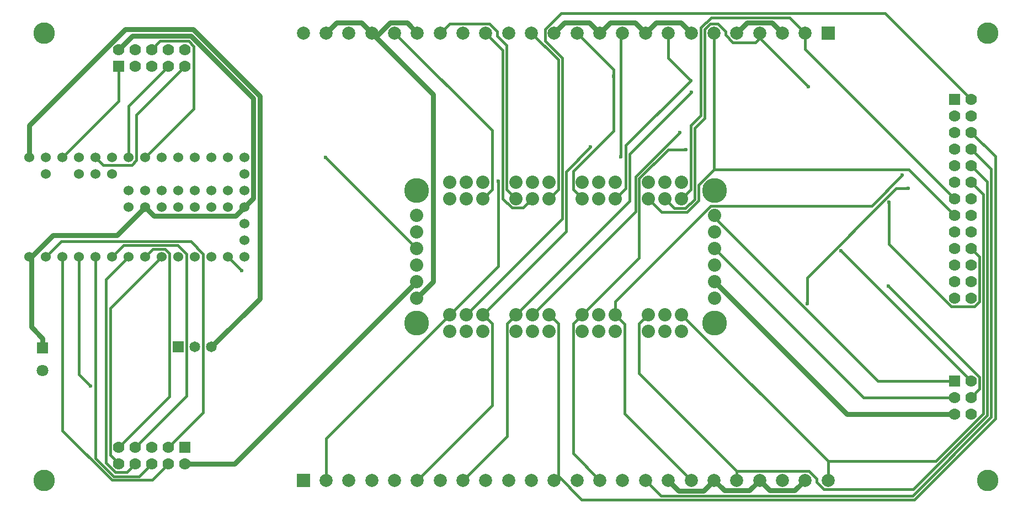
<source format=gbr>
G04 #@! TF.FileFunction,Copper,L2,Bot,Signal*
%FSLAX46Y46*%
G04 Gerber Fmt 4.6, Leading zero omitted, Abs format (unit mm)*
G04 Created by KiCad (PCBNEW 4.0.7-e2-6376~58~ubuntu16.04.1) date Fri Dec  7 15:30:49 2018*
%MOMM*%
%LPD*%
G01*
G04 APERTURE LIST*
%ADD10C,0.100000*%
%ADD11R,1.800000X1.800000*%
%ADD12C,1.800000*%
%ADD13R,1.651000X1.651000*%
%ADD14C,1.651000*%
%ADD15R,1.778000X1.778000*%
%ADD16C,1.778000*%
%ADD17R,2.000000X2.000000*%
%ADD18C,2.000000*%
%ADD19C,1.524000*%
%ADD20C,3.302000*%
%ADD21C,2.032000*%
%ADD22C,3.810000*%
%ADD23C,0.600000*%
%ADD24C,0.762000*%
%ADD25C,0.381000*%
G04 APERTURE END LIST*
D10*
D11*
X54356000Y-102897940D03*
D12*
X54356000Y-106398060D03*
D13*
X75184000Y-102743000D03*
D14*
X77724000Y-102743000D03*
X80264000Y-102743000D03*
D15*
X194310000Y-64770000D03*
D16*
X196850000Y-64770000D03*
X194310000Y-67310000D03*
X196850000Y-67310000D03*
X194310000Y-69850000D03*
X196850000Y-69850000D03*
X194310000Y-72390000D03*
X196850000Y-72390000D03*
X194310000Y-74930000D03*
X196850000Y-74930000D03*
X194310000Y-77470000D03*
X196850000Y-77470000D03*
X194310000Y-80010000D03*
X196850000Y-80010000D03*
X194310000Y-82550000D03*
X196850000Y-82550000D03*
X194310000Y-85090000D03*
X196850000Y-85090000D03*
X194310000Y-87630000D03*
X196850000Y-87630000D03*
X194310000Y-90170000D03*
X196850000Y-90170000D03*
X194310000Y-92710000D03*
X196850000Y-92710000D03*
X194310000Y-95250000D03*
X196850000Y-95250000D03*
D15*
X194310000Y-107950000D03*
D16*
X196850000Y-107950000D03*
X194310000Y-110490000D03*
X196850000Y-110490000D03*
X194310000Y-113030000D03*
X196850000Y-113030000D03*
D15*
X76200000Y-118110000D03*
D16*
X76200000Y-120650000D03*
X73660000Y-118110000D03*
X73660000Y-120650000D03*
X71120000Y-118110000D03*
X71120000Y-120650000D03*
X68580000Y-118110000D03*
X68580000Y-120650000D03*
X66040000Y-118110000D03*
X66040000Y-120650000D03*
D15*
X66040000Y-59690000D03*
D16*
X66040000Y-57150000D03*
X68580000Y-59690000D03*
X68580000Y-57150000D03*
X71120000Y-59690000D03*
X71120000Y-57150000D03*
X73660000Y-59690000D03*
X73660000Y-57150000D03*
X76200000Y-59690000D03*
X76200000Y-57150000D03*
D17*
X94369940Y-123190000D03*
D18*
X97870060Y-123190000D03*
X101370000Y-123190000D03*
X104870000Y-123190000D03*
X108370000Y-123190000D03*
X111870000Y-123190000D03*
X115370000Y-123190000D03*
X118870000Y-123190000D03*
X122370000Y-123190000D03*
X125870000Y-123190000D03*
X129370000Y-123190000D03*
X132870000Y-123190000D03*
X136370000Y-123190000D03*
X139870000Y-123190000D03*
X143370000Y-123190000D03*
X146870000Y-123190000D03*
X150370000Y-123190000D03*
X153870000Y-123190000D03*
X157370000Y-123190000D03*
X160870000Y-123190000D03*
X164370000Y-123190000D03*
X167870000Y-123190000D03*
X171370000Y-123190000D03*
X174870000Y-123190000D03*
D17*
X174870060Y-54610000D03*
D18*
X171369940Y-54610000D03*
X167870000Y-54610000D03*
X164370000Y-54610000D03*
X160870000Y-54610000D03*
X157370000Y-54610000D03*
X153870000Y-54610000D03*
X150370000Y-54610000D03*
X146870000Y-54610000D03*
X143370000Y-54610000D03*
X139870000Y-54610000D03*
X136370000Y-54610000D03*
X132870000Y-54610000D03*
X129370000Y-54610000D03*
X125870000Y-54610000D03*
X122370000Y-54610000D03*
X118870000Y-54610000D03*
X115370000Y-54610000D03*
X111870000Y-54610000D03*
X108370000Y-54610000D03*
X104870000Y-54610000D03*
X101370000Y-54610000D03*
X97870000Y-54610000D03*
X94370000Y-54610000D03*
D19*
X52324000Y-88900000D03*
X54864000Y-88900000D03*
X57404000Y-88900000D03*
X59944000Y-88900000D03*
X62484000Y-88900000D03*
X65024000Y-88900000D03*
X67564000Y-88900000D03*
X70104000Y-88900000D03*
X72644000Y-88900000D03*
X75184000Y-88900000D03*
X77724000Y-88900000D03*
X80264000Y-88900000D03*
X82804000Y-88900000D03*
X85344000Y-88900000D03*
X85344000Y-86360000D03*
X85344000Y-83820000D03*
X85344000Y-81280000D03*
X85344000Y-78740000D03*
X85344000Y-76200000D03*
X85344000Y-73660000D03*
X82804000Y-73660000D03*
X80264000Y-73660000D03*
X77724000Y-73660000D03*
X75184000Y-73660000D03*
X72644000Y-73660000D03*
X70104000Y-73660000D03*
X67564000Y-73660000D03*
X65024000Y-73660000D03*
X62484000Y-73660000D03*
X59944000Y-73660000D03*
X57404000Y-73660000D03*
X54864000Y-73660000D03*
X52324000Y-73660000D03*
X67564000Y-81280000D03*
X70104000Y-81280000D03*
X72644000Y-81280000D03*
X75184000Y-81280000D03*
X77724000Y-81280000D03*
X80264000Y-81280000D03*
X82804000Y-81280000D03*
X82804000Y-78740000D03*
X80264000Y-78740000D03*
X77724000Y-78740000D03*
X75184000Y-78740000D03*
X72644000Y-78740000D03*
X70104000Y-78740000D03*
X67564000Y-78740000D03*
X65024000Y-76200000D03*
X62484000Y-76200000D03*
X59944000Y-76200000D03*
X54864000Y-76200000D03*
D20*
X54610000Y-54610000D03*
X199390000Y-54610000D03*
X199390000Y-123190000D03*
X54610000Y-123190000D03*
D21*
X111760000Y-95250000D03*
X111760000Y-92710000D03*
X111760000Y-90170000D03*
X111760000Y-87630000D03*
X111760000Y-85090000D03*
X111760000Y-82550000D03*
X157480000Y-95250000D03*
X157480000Y-92710000D03*
X157480000Y-90170000D03*
X157480000Y-87630000D03*
X157480000Y-85090000D03*
X157480000Y-82550000D03*
X116840000Y-97790000D03*
X116840000Y-100330000D03*
X119380000Y-97790000D03*
X119380000Y-100330000D03*
X121920000Y-97790000D03*
X121920000Y-100330000D03*
X127000000Y-97790000D03*
X127000000Y-100330000D03*
X129540000Y-97790000D03*
X129540000Y-100330000D03*
X132080000Y-97790000D03*
X132080000Y-100330000D03*
X137160000Y-97790000D03*
X137160000Y-100330000D03*
X139700000Y-97790000D03*
X139700000Y-100330000D03*
X142240000Y-97790000D03*
X142240000Y-100330000D03*
X147320000Y-97790000D03*
X147320000Y-100330000D03*
X149860000Y-97790000D03*
X149860000Y-100330000D03*
X152400000Y-97790000D03*
X152400000Y-100330000D03*
X152400000Y-80010000D03*
X152400000Y-77470000D03*
X149860000Y-80010000D03*
X149860000Y-77470000D03*
X147320000Y-80010000D03*
X147320000Y-77470000D03*
X142240000Y-80010000D03*
X142240000Y-77470000D03*
X139700000Y-80010000D03*
X139700000Y-77470000D03*
X137160000Y-80010000D03*
X137160000Y-77470000D03*
X132080000Y-80010000D03*
X132080000Y-77470000D03*
X129540000Y-80010000D03*
X129540000Y-77470000D03*
X127000000Y-80010000D03*
X127000000Y-77470000D03*
X121920000Y-80010000D03*
X121920000Y-77470000D03*
X119380000Y-80010000D03*
X119380000Y-77470000D03*
X116840000Y-80010000D03*
X116840000Y-77470000D03*
D22*
X111760000Y-99060000D03*
X111760000Y-78740000D03*
X157480000Y-78740000D03*
X157480000Y-99060000D03*
D23*
X124265700Y-77339400D03*
X138459500Y-72103400D03*
X153920400Y-63647700D03*
X152104500Y-69850000D03*
X153026800Y-72462600D03*
X186220700Y-76429400D03*
X171661000Y-96129300D03*
X187143500Y-78422600D03*
X171843100Y-62862800D03*
X153788900Y-61881200D03*
X143071700Y-73575700D03*
X141962100Y-61236900D03*
X184205900Y-80575900D03*
X176853600Y-87953600D03*
X97790000Y-73660000D03*
X184120900Y-93373300D03*
X61740900Y-108730900D03*
X84949800Y-91045800D03*
D24*
X54356000Y-102897900D02*
X54356000Y-101416600D01*
X52644100Y-88900000D02*
X52324000Y-88900000D01*
X55960300Y-85583800D02*
X52644100Y-88900000D01*
X65800200Y-85583800D02*
X55960300Y-85583800D01*
X70104000Y-81280000D02*
X65800200Y-85583800D01*
X52644100Y-99704700D02*
X54356000Y-101416600D01*
X52644100Y-88900000D02*
X52644100Y-99704700D01*
X177800000Y-113030000D02*
X194310000Y-113030000D01*
X157480000Y-92710000D02*
X177800000Y-113030000D01*
X71460600Y-82636600D02*
X70104000Y-81280000D01*
X83987400Y-82636600D02*
X71460600Y-82636600D01*
X85344000Y-81280000D02*
X83987400Y-82636600D01*
X86703700Y-79920300D02*
X85344000Y-81280000D01*
X86703700Y-64660700D02*
X86703700Y-79920300D01*
X77114000Y-55071000D02*
X86703700Y-64660700D01*
X68119000Y-55071000D02*
X77114000Y-55071000D01*
X66040000Y-57150000D02*
X68119000Y-55071000D01*
X83820000Y-120650000D02*
X76200000Y-120650000D01*
X111760000Y-92710000D02*
X83820000Y-120650000D01*
X166288600Y-53028600D02*
X167870000Y-54610000D01*
X162451400Y-53028600D02*
X166288600Y-53028600D01*
X160870000Y-54610000D02*
X162451400Y-53028600D01*
X107718900Y-53023700D02*
X105501300Y-55241300D01*
X110283700Y-53023700D02*
X107718900Y-53023700D01*
X111870000Y-54610000D02*
X110283700Y-53023700D01*
X114250100Y-92759900D02*
X111760000Y-95250000D01*
X114250100Y-63990100D02*
X114250100Y-92759900D01*
X105501300Y-55241300D02*
X114250100Y-63990100D01*
X169785400Y-124774600D02*
X171370000Y-123190000D01*
X165954600Y-124774600D02*
X169785400Y-124774600D01*
X164370000Y-123190000D02*
X165954600Y-124774600D01*
X104870000Y-54610000D02*
X105501300Y-55241300D01*
X103268800Y-53008800D02*
X104870000Y-54610000D01*
X99471200Y-53008800D02*
X103268800Y-53008800D01*
X97870000Y-54610000D02*
X99471200Y-53008800D01*
X152288600Y-53028600D02*
X153870000Y-54610000D01*
X148451400Y-53028600D02*
X152288600Y-53028600D01*
X146870000Y-54610000D02*
X148451400Y-53028600D01*
X141499500Y-52980500D02*
X139870000Y-54610000D01*
X145240500Y-52980500D02*
X141499500Y-52980500D01*
X146870000Y-54610000D02*
X145240500Y-52980500D01*
X151959200Y-124779200D02*
X150370000Y-123190000D01*
X155780800Y-124779200D02*
X151959200Y-124779200D01*
X157370000Y-123190000D02*
X155780800Y-124779200D01*
X158954600Y-124774600D02*
X157370000Y-123190000D01*
X162785400Y-124774600D02*
X158954600Y-124774600D01*
X164370000Y-123190000D02*
X162785400Y-124774600D01*
X138288600Y-53028600D02*
X139870000Y-54610000D01*
X134451400Y-53028600D02*
X138288600Y-53028600D01*
X132870000Y-54610000D02*
X134451400Y-53028600D01*
X87678300Y-95328700D02*
X80264000Y-102743000D01*
X87678300Y-64274100D02*
X87678300Y-95328700D01*
X77480800Y-54076600D02*
X87678300Y-64274100D01*
X67004500Y-54076600D02*
X77480800Y-54076600D01*
X52324000Y-68757100D02*
X67004500Y-54076600D01*
X52324000Y-73660000D02*
X52324000Y-68757100D01*
D25*
X97870100Y-116759900D02*
X116840000Y-97790000D01*
X97870100Y-123190000D02*
X97870100Y-116759900D01*
X124265700Y-90364300D02*
X124265700Y-77339400D01*
X116840000Y-97790000D02*
X124265700Y-90364300D01*
X134069300Y-83100700D02*
X119380000Y-97790000D01*
X134069300Y-58422500D02*
X134069300Y-83100700D01*
X131443300Y-55796500D02*
X134069300Y-58422500D01*
X131443300Y-54048600D02*
X131443300Y-55796500D01*
X133921000Y-51570900D02*
X131443300Y-54048600D01*
X183650900Y-51570900D02*
X133921000Y-51570900D01*
X196850000Y-64770000D02*
X183650900Y-51570900D01*
X123326900Y-99196900D02*
X121920000Y-97790000D01*
X123326900Y-111733100D02*
X123326900Y-99196900D01*
X111870000Y-123190000D02*
X123326900Y-111733100D01*
X134705600Y-75857300D02*
X138459500Y-72103400D01*
X134705600Y-85004400D02*
X134705600Y-75857300D01*
X121920000Y-97790000D02*
X134705600Y-85004400D01*
X125593200Y-99196800D02*
X127000000Y-97790000D01*
X125593200Y-116466800D02*
X125593200Y-99196800D01*
X118870000Y-123190000D02*
X125593200Y-116466800D01*
X144406100Y-73162000D02*
X153920400Y-63647700D01*
X144406100Y-80383900D02*
X144406100Y-73162000D01*
X127000000Y-97790000D02*
X144406100Y-80383900D01*
X145318400Y-76636100D02*
X152104500Y-69850000D01*
X145318400Y-82011600D02*
X145318400Y-76636100D01*
X129540000Y-97790000D02*
X145318400Y-82011600D01*
X200524500Y-73524500D02*
X196850000Y-69850000D01*
X200524500Y-113723900D02*
X200524500Y-73524500D01*
X188108100Y-126140300D02*
X200524500Y-113723900D01*
X137062900Y-126140300D02*
X188108100Y-126140300D01*
X133491300Y-122568700D02*
X137062900Y-126140300D01*
X133491300Y-99201300D02*
X133491300Y-122568700D01*
X132080000Y-97790000D02*
X133491300Y-99201300D01*
X133491300Y-122568700D02*
X132870000Y-123190000D01*
X135751100Y-99198900D02*
X137160000Y-97790000D01*
X135751100Y-119071100D02*
X135751100Y-99198900D01*
X139870000Y-123190000D02*
X135751100Y-119071100D01*
X150314200Y-72462600D02*
X153026800Y-72462600D01*
X145899800Y-76877000D02*
X150314200Y-72462600D01*
X145899800Y-89050200D02*
X145899800Y-76877000D01*
X137160000Y-97790000D02*
X145899800Y-89050200D01*
X149238900Y-125558900D02*
X146870000Y-123190000D01*
X187830100Y-125558900D02*
X149238900Y-125558900D01*
X199900000Y-113489000D02*
X187830100Y-125558900D01*
X199900000Y-75440000D02*
X199900000Y-113489000D01*
X196850000Y-72390000D02*
X199900000Y-75440000D01*
X143677400Y-99227400D02*
X142240000Y-97790000D01*
X143677400Y-112997400D02*
X143677400Y-99227400D01*
X153870000Y-123190000D02*
X143677400Y-112997400D01*
X181560500Y-81089600D02*
X186220700Y-76429400D01*
X156891000Y-81089600D02*
X181560500Y-81089600D01*
X142240000Y-95740600D02*
X156891000Y-81089600D01*
X142240000Y-97790000D02*
X142240000Y-95740600D01*
X145903700Y-106768900D02*
X160870000Y-121735200D01*
X145903700Y-99206300D02*
X145903700Y-106768900D01*
X147320000Y-97790000D02*
X145903700Y-99206300D01*
X160870000Y-121735200D02*
X160870000Y-123190000D01*
X171929500Y-121735200D02*
X160870000Y-121735200D01*
X173120000Y-122925700D02*
X171929500Y-121735200D01*
X173120000Y-123442200D02*
X173120000Y-122925700D01*
X174271500Y-124593700D02*
X173120000Y-123442200D01*
X187973000Y-124593700D02*
X174271500Y-124593700D01*
X199318600Y-113248100D02*
X187973000Y-124593700D01*
X199318600Y-77398600D02*
X199318600Y-113248100D01*
X196850000Y-74930000D02*
X199318600Y-77398600D01*
X171661000Y-92106200D02*
X171661000Y-96129300D01*
X185344600Y-78422600D02*
X171661000Y-92106200D01*
X187143500Y-78422600D02*
X185344600Y-78422600D01*
X174869800Y-120259800D02*
X174870000Y-120259800D01*
X152400000Y-97790000D02*
X174869800Y-120259800D01*
X191453300Y-120259800D02*
X174870000Y-120259800D01*
X198727900Y-112985200D02*
X191453300Y-120259800D01*
X198727900Y-79347900D02*
X198727900Y-112985200D01*
X196850000Y-77470000D02*
X198727900Y-79347900D01*
X174870000Y-120259800D02*
X174870000Y-123190000D01*
X171369900Y-57069900D02*
X194310000Y-80010000D01*
X171369900Y-54610000D02*
X171369900Y-57069900D01*
X168985700Y-52225800D02*
X171369900Y-54610000D01*
X156921800Y-52225800D02*
X168985700Y-52225800D01*
X155333500Y-53814100D02*
X156921800Y-52225800D01*
X155333500Y-67210900D02*
X155333500Y-53814100D01*
X153809200Y-68735200D02*
X155333500Y-67210900D01*
X153809200Y-78600800D02*
X153809200Y-68735200D01*
X152400000Y-80010000D02*
X153809200Y-78600800D01*
X164370000Y-55389700D02*
X164370000Y-54610000D01*
X164370000Y-55389700D02*
X171843100Y-62862800D01*
X163716200Y-56043500D02*
X164370000Y-55389700D01*
X160300600Y-56043500D02*
X163716200Y-56043500D01*
X159120000Y-54862900D02*
X160300600Y-56043500D01*
X159120000Y-54345700D02*
X159120000Y-54862900D01*
X157993400Y-53219100D02*
X159120000Y-54345700D01*
X156773400Y-53219100D02*
X157993400Y-53219100D01*
X155914900Y-54077600D02*
X156773400Y-53219100D01*
X155914900Y-67692300D02*
X155914900Y-54077600D01*
X154390500Y-69216700D02*
X155914900Y-67692300D01*
X154390500Y-80076500D02*
X154390500Y-69216700D01*
X153022700Y-81444300D02*
X154390500Y-80076500D01*
X151294300Y-81444300D02*
X153022700Y-81444300D01*
X149860000Y-80010000D02*
X151294300Y-81444300D01*
X187282800Y-75522800D02*
X157370000Y-75522800D01*
X194310000Y-82550000D02*
X187282800Y-75522800D01*
X154971800Y-77921000D02*
X157370000Y-75522800D01*
X154971800Y-80317500D02*
X154971800Y-77921000D01*
X153217800Y-82071500D02*
X154971800Y-80317500D01*
X149381500Y-82071500D02*
X153217800Y-82071500D01*
X147320000Y-80010000D02*
X149381500Y-82071500D01*
X157370000Y-75522800D02*
X157370000Y-54610000D01*
X150370000Y-58462300D02*
X153788900Y-61881200D01*
X150370000Y-54610000D02*
X150370000Y-58462300D01*
X143824700Y-78425300D02*
X142240000Y-80010000D01*
X143824700Y-71845400D02*
X143824700Y-78425300D01*
X153788900Y-61881200D02*
X143824700Y-71845400D01*
X143071700Y-54908300D02*
X143370000Y-54610000D01*
X143071700Y-73575700D02*
X143071700Y-54908300D01*
X141962100Y-60202100D02*
X141962100Y-61236900D01*
X136370000Y-54610000D02*
X141962100Y-60202100D01*
X141962100Y-69577800D02*
X141962100Y-61236900D01*
X135753200Y-75786700D02*
X141962100Y-69577800D01*
X135753200Y-78603200D02*
X135753200Y-75786700D01*
X137160000Y-80010000D02*
X135753200Y-78603200D01*
X133486900Y-58726900D02*
X129370000Y-54610000D01*
X133486900Y-78603100D02*
X133486900Y-58726900D01*
X132080000Y-80010000D02*
X133486900Y-78603100D01*
X198146500Y-88926500D02*
X196850000Y-87630000D01*
X198146500Y-95783400D02*
X198146500Y-88926500D01*
X197356300Y-96573600D02*
X198146500Y-95783400D01*
X193819600Y-96573600D02*
X197356300Y-96573600D01*
X184205900Y-86959900D02*
X193819600Y-96573600D01*
X184205900Y-80575900D02*
X184205900Y-86959900D01*
X124982700Y-57222700D02*
X122370000Y-54610000D01*
X124982700Y-79993700D02*
X124982700Y-57222700D01*
X126412500Y-81423500D02*
X124982700Y-79993700D01*
X128126500Y-81423500D02*
X126412500Y-81423500D01*
X129540000Y-80010000D02*
X128126500Y-81423500D01*
X116816200Y-53163800D02*
X115370000Y-54610000D01*
X122914100Y-53163800D02*
X116816200Y-53163800D01*
X124120000Y-54369700D02*
X122914100Y-53163800D01*
X124120000Y-55060200D02*
X124120000Y-54369700D01*
X125590200Y-56530400D02*
X124120000Y-55060200D01*
X125590200Y-78600200D02*
X125590200Y-56530400D01*
X127000000Y-80010000D02*
X125590200Y-78600200D01*
X123326900Y-69566900D02*
X108370000Y-54610000D01*
X123326900Y-78603100D02*
X123326900Y-69566900D01*
X121920000Y-80010000D02*
X123326900Y-78603100D01*
X182504800Y-107950000D02*
X194310000Y-107950000D01*
X157480000Y-82925200D02*
X182504800Y-107950000D01*
X157480000Y-82550000D02*
X157480000Y-82925200D01*
X196850000Y-107950000D02*
X176853600Y-87953600D01*
X111760000Y-87630000D02*
X97790000Y-73660000D01*
X180340000Y-110490000D02*
X194310000Y-110490000D01*
X157480000Y-87630000D02*
X180340000Y-110490000D01*
X198146500Y-107398900D02*
X184120900Y-93373300D01*
X198146500Y-109193500D02*
X198146500Y-107398900D01*
X196850000Y-110490000D02*
X198146500Y-109193500D01*
X66040000Y-65024000D02*
X66040000Y-59690000D01*
X57404000Y-73660000D02*
X66040000Y-65024000D01*
X78994000Y-112776000D02*
X73660000Y-118110000D01*
X78994000Y-88465300D02*
X78994000Y-112776000D01*
X77083900Y-86555200D02*
X78994000Y-88465300D01*
X57208800Y-86555200D02*
X77083900Y-86555200D01*
X54864000Y-88900000D02*
X57208800Y-86555200D01*
X57404000Y-115568400D02*
X57404000Y-88900000D01*
X64995500Y-123159900D02*
X57404000Y-115568400D01*
X71150100Y-123159900D02*
X64995500Y-123159900D01*
X73660000Y-120650000D02*
X71150100Y-123159900D01*
X59944000Y-106934000D02*
X61740900Y-108730900D01*
X59944000Y-88900000D02*
X59944000Y-106934000D01*
X69191500Y-122578500D02*
X71120000Y-120650000D01*
X65236400Y-122578500D02*
X69191500Y-122578500D01*
X62484000Y-119826100D02*
X65236400Y-122578500D01*
X62484000Y-88900000D02*
X62484000Y-119826100D01*
X76400400Y-110289600D02*
X68580000Y-118110000D01*
X76400400Y-88472500D02*
X76400400Y-110289600D01*
X75064500Y-87136600D02*
X76400400Y-88472500D01*
X66787400Y-87136600D02*
X75064500Y-87136600D01*
X65024000Y-88900000D02*
X66787400Y-87136600D01*
X67262600Y-121967400D02*
X68580000Y-120650000D01*
X65526600Y-121967400D02*
X67262600Y-121967400D01*
X64072700Y-120513500D02*
X65526600Y-121967400D01*
X64072700Y-92391300D02*
X64072700Y-120513500D01*
X67564000Y-88900000D02*
X64072700Y-92391300D01*
X73816900Y-110333100D02*
X66040000Y-118110000D01*
X73816900Y-88398000D02*
X73816900Y-110333100D01*
X73136900Y-87718000D02*
X73816900Y-88398000D01*
X71286000Y-87718000D02*
X73136900Y-87718000D01*
X70104000Y-88900000D02*
X71286000Y-87718000D01*
X64716900Y-119326900D02*
X66040000Y-120650000D01*
X64716900Y-96827100D02*
X64716900Y-119326900D01*
X72644000Y-88900000D02*
X64716900Y-96827100D01*
X77532600Y-66231400D02*
X70104000Y-73660000D01*
X77532600Y-56648800D02*
X77532600Y-66231400D01*
X76740900Y-55857100D02*
X77532600Y-56648800D01*
X72412900Y-55857100D02*
X76740900Y-55857100D01*
X71120000Y-57150000D02*
X72412900Y-55857100D01*
X67564000Y-65786000D02*
X67564000Y-73660000D01*
X73660000Y-59690000D02*
X67564000Y-65786000D01*
X68716800Y-67173200D02*
X76200000Y-59690000D01*
X68716800Y-74137800D02*
X68716800Y-67173200D01*
X68027000Y-74827600D02*
X68716800Y-74137800D01*
X63651600Y-74827600D02*
X68027000Y-74827600D01*
X62484000Y-73660000D02*
X63651600Y-74827600D01*
X84949800Y-91045800D02*
X82804000Y-88900000D01*
M02*

</source>
